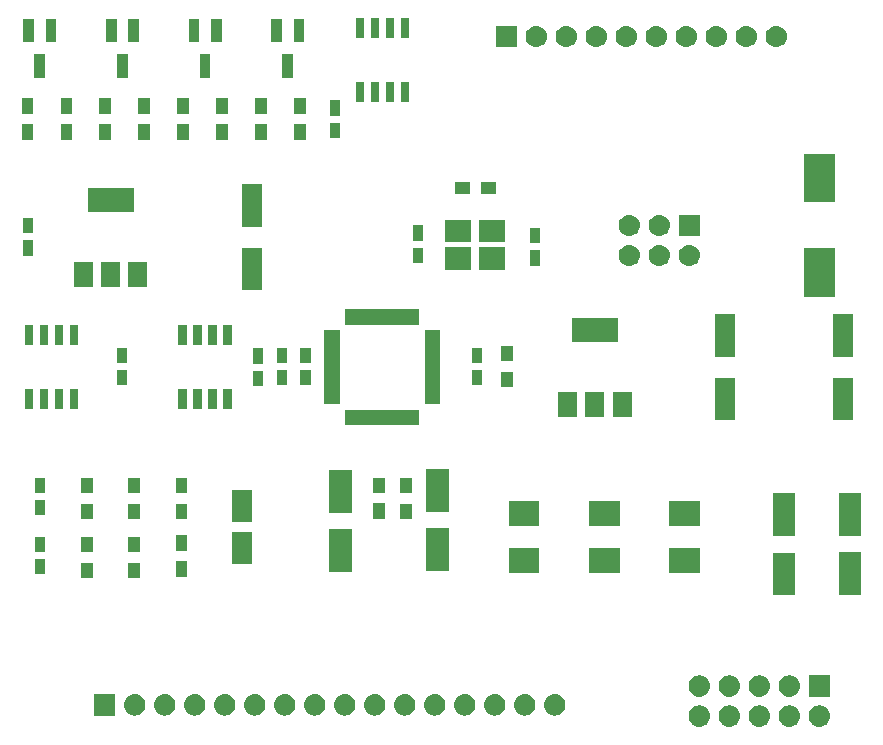
<source format=gbr>
G04 #@! TF.GenerationSoftware,KiCad,Pcbnew,(5.1.2)-1*
G04 #@! TF.CreationDate,2019-12-13T22:05:17-08:00*
G04 #@! TF.ProjectId,kicad-cpu-board-smt,6b696361-642d-4637-9075-2d626f617264,rev?*
G04 #@! TF.SameCoordinates,Original*
G04 #@! TF.FileFunction,Soldermask,Top*
G04 #@! TF.FilePolarity,Negative*
%FSLAX46Y46*%
G04 Gerber Fmt 4.6, Leading zero omitted, Abs format (unit mm)*
G04 Created by KiCad (PCBNEW (5.1.2)-1) date 2019-12-13 22:05:17*
%MOMM*%
%LPD*%
G04 APERTURE LIST*
%ADD10C,0.100000*%
G04 APERTURE END LIST*
D10*
G36*
X83110443Y-74645519D02*
G01*
X83176627Y-74652037D01*
X83346466Y-74703557D01*
X83502991Y-74787222D01*
X83538729Y-74816552D01*
X83640186Y-74899814D01*
X83723448Y-75001271D01*
X83752778Y-75037009D01*
X83836443Y-75193534D01*
X83887963Y-75363373D01*
X83905359Y-75540000D01*
X83887963Y-75716627D01*
X83836443Y-75886466D01*
X83752778Y-76042991D01*
X83723448Y-76078729D01*
X83640186Y-76180186D01*
X83538729Y-76263448D01*
X83502991Y-76292778D01*
X83346466Y-76376443D01*
X83176627Y-76427963D01*
X83110442Y-76434482D01*
X83044260Y-76441000D01*
X82955740Y-76441000D01*
X82889558Y-76434482D01*
X82823373Y-76427963D01*
X82653534Y-76376443D01*
X82497009Y-76292778D01*
X82461271Y-76263448D01*
X82359814Y-76180186D01*
X82276552Y-76078729D01*
X82247222Y-76042991D01*
X82163557Y-75886466D01*
X82112037Y-75716627D01*
X82094641Y-75540000D01*
X82112037Y-75363373D01*
X82163557Y-75193534D01*
X82247222Y-75037009D01*
X82276552Y-75001271D01*
X82359814Y-74899814D01*
X82461271Y-74816552D01*
X82497009Y-74787222D01*
X82653534Y-74703557D01*
X82823373Y-74652037D01*
X82889557Y-74645519D01*
X82955740Y-74639000D01*
X83044260Y-74639000D01*
X83110443Y-74645519D01*
X83110443Y-74645519D01*
G37*
G36*
X80570443Y-74645519D02*
G01*
X80636627Y-74652037D01*
X80806466Y-74703557D01*
X80962991Y-74787222D01*
X80998729Y-74816552D01*
X81100186Y-74899814D01*
X81183448Y-75001271D01*
X81212778Y-75037009D01*
X81296443Y-75193534D01*
X81347963Y-75363373D01*
X81365359Y-75540000D01*
X81347963Y-75716627D01*
X81296443Y-75886466D01*
X81212778Y-76042991D01*
X81183448Y-76078729D01*
X81100186Y-76180186D01*
X80998729Y-76263448D01*
X80962991Y-76292778D01*
X80806466Y-76376443D01*
X80636627Y-76427963D01*
X80570442Y-76434482D01*
X80504260Y-76441000D01*
X80415740Y-76441000D01*
X80349558Y-76434482D01*
X80283373Y-76427963D01*
X80113534Y-76376443D01*
X79957009Y-76292778D01*
X79921271Y-76263448D01*
X79819814Y-76180186D01*
X79736552Y-76078729D01*
X79707222Y-76042991D01*
X79623557Y-75886466D01*
X79572037Y-75716627D01*
X79554641Y-75540000D01*
X79572037Y-75363373D01*
X79623557Y-75193534D01*
X79707222Y-75037009D01*
X79736552Y-75001271D01*
X79819814Y-74899814D01*
X79921271Y-74816552D01*
X79957009Y-74787222D01*
X80113534Y-74703557D01*
X80283373Y-74652037D01*
X80349557Y-74645519D01*
X80415740Y-74639000D01*
X80504260Y-74639000D01*
X80570443Y-74645519D01*
X80570443Y-74645519D01*
G37*
G36*
X78030443Y-74645519D02*
G01*
X78096627Y-74652037D01*
X78266466Y-74703557D01*
X78422991Y-74787222D01*
X78458729Y-74816552D01*
X78560186Y-74899814D01*
X78643448Y-75001271D01*
X78672778Y-75037009D01*
X78756443Y-75193534D01*
X78807963Y-75363373D01*
X78825359Y-75540000D01*
X78807963Y-75716627D01*
X78756443Y-75886466D01*
X78672778Y-76042991D01*
X78643448Y-76078729D01*
X78560186Y-76180186D01*
X78458729Y-76263448D01*
X78422991Y-76292778D01*
X78266466Y-76376443D01*
X78096627Y-76427963D01*
X78030442Y-76434482D01*
X77964260Y-76441000D01*
X77875740Y-76441000D01*
X77809558Y-76434482D01*
X77743373Y-76427963D01*
X77573534Y-76376443D01*
X77417009Y-76292778D01*
X77381271Y-76263448D01*
X77279814Y-76180186D01*
X77196552Y-76078729D01*
X77167222Y-76042991D01*
X77083557Y-75886466D01*
X77032037Y-75716627D01*
X77014641Y-75540000D01*
X77032037Y-75363373D01*
X77083557Y-75193534D01*
X77167222Y-75037009D01*
X77196552Y-75001271D01*
X77279814Y-74899814D01*
X77381271Y-74816552D01*
X77417009Y-74787222D01*
X77573534Y-74703557D01*
X77743373Y-74652037D01*
X77809557Y-74645519D01*
X77875740Y-74639000D01*
X77964260Y-74639000D01*
X78030443Y-74645519D01*
X78030443Y-74645519D01*
G37*
G36*
X72950443Y-74645519D02*
G01*
X73016627Y-74652037D01*
X73186466Y-74703557D01*
X73342991Y-74787222D01*
X73378729Y-74816552D01*
X73480186Y-74899814D01*
X73563448Y-75001271D01*
X73592778Y-75037009D01*
X73676443Y-75193534D01*
X73727963Y-75363373D01*
X73745359Y-75540000D01*
X73727963Y-75716627D01*
X73676443Y-75886466D01*
X73592778Y-76042991D01*
X73563448Y-76078729D01*
X73480186Y-76180186D01*
X73378729Y-76263448D01*
X73342991Y-76292778D01*
X73186466Y-76376443D01*
X73016627Y-76427963D01*
X72950442Y-76434482D01*
X72884260Y-76441000D01*
X72795740Y-76441000D01*
X72729558Y-76434482D01*
X72663373Y-76427963D01*
X72493534Y-76376443D01*
X72337009Y-76292778D01*
X72301271Y-76263448D01*
X72199814Y-76180186D01*
X72116552Y-76078729D01*
X72087222Y-76042991D01*
X72003557Y-75886466D01*
X71952037Y-75716627D01*
X71934641Y-75540000D01*
X71952037Y-75363373D01*
X72003557Y-75193534D01*
X72087222Y-75037009D01*
X72116552Y-75001271D01*
X72199814Y-74899814D01*
X72301271Y-74816552D01*
X72337009Y-74787222D01*
X72493534Y-74703557D01*
X72663373Y-74652037D01*
X72729557Y-74645519D01*
X72795740Y-74639000D01*
X72884260Y-74639000D01*
X72950443Y-74645519D01*
X72950443Y-74645519D01*
G37*
G36*
X75490443Y-74645519D02*
G01*
X75556627Y-74652037D01*
X75726466Y-74703557D01*
X75882991Y-74787222D01*
X75918729Y-74816552D01*
X76020186Y-74899814D01*
X76103448Y-75001271D01*
X76132778Y-75037009D01*
X76216443Y-75193534D01*
X76267963Y-75363373D01*
X76285359Y-75540000D01*
X76267963Y-75716627D01*
X76216443Y-75886466D01*
X76132778Y-76042991D01*
X76103448Y-76078729D01*
X76020186Y-76180186D01*
X75918729Y-76263448D01*
X75882991Y-76292778D01*
X75726466Y-76376443D01*
X75556627Y-76427963D01*
X75490442Y-76434482D01*
X75424260Y-76441000D01*
X75335740Y-76441000D01*
X75269558Y-76434482D01*
X75203373Y-76427963D01*
X75033534Y-76376443D01*
X74877009Y-76292778D01*
X74841271Y-76263448D01*
X74739814Y-76180186D01*
X74656552Y-76078729D01*
X74627222Y-76042991D01*
X74543557Y-75886466D01*
X74492037Y-75716627D01*
X74474641Y-75540000D01*
X74492037Y-75363373D01*
X74543557Y-75193534D01*
X74627222Y-75037009D01*
X74656552Y-75001271D01*
X74739814Y-74899814D01*
X74841271Y-74816552D01*
X74877009Y-74787222D01*
X75033534Y-74703557D01*
X75203373Y-74652037D01*
X75269557Y-74645519D01*
X75335740Y-74639000D01*
X75424260Y-74639000D01*
X75490443Y-74645519D01*
X75490443Y-74645519D01*
G37*
G36*
X48010443Y-73705519D02*
G01*
X48076627Y-73712037D01*
X48246466Y-73763557D01*
X48402991Y-73847222D01*
X48438729Y-73876552D01*
X48540186Y-73959814D01*
X48623448Y-74061271D01*
X48652778Y-74097009D01*
X48736443Y-74253534D01*
X48787963Y-74423373D01*
X48805359Y-74600000D01*
X48787963Y-74776627D01*
X48736443Y-74946466D01*
X48652778Y-75102991D01*
X48623448Y-75138729D01*
X48540186Y-75240186D01*
X48438729Y-75323448D01*
X48402991Y-75352778D01*
X48246466Y-75436443D01*
X48076627Y-75487963D01*
X48010443Y-75494481D01*
X47944260Y-75501000D01*
X47855740Y-75501000D01*
X47789557Y-75494481D01*
X47723373Y-75487963D01*
X47553534Y-75436443D01*
X47397009Y-75352778D01*
X47361271Y-75323448D01*
X47259814Y-75240186D01*
X47176552Y-75138729D01*
X47147222Y-75102991D01*
X47063557Y-74946466D01*
X47012037Y-74776627D01*
X46994641Y-74600000D01*
X47012037Y-74423373D01*
X47063557Y-74253534D01*
X47147222Y-74097009D01*
X47176552Y-74061271D01*
X47259814Y-73959814D01*
X47361271Y-73876552D01*
X47397009Y-73847222D01*
X47553534Y-73763557D01*
X47723373Y-73712037D01*
X47789557Y-73705519D01*
X47855740Y-73699000D01*
X47944260Y-73699000D01*
X48010443Y-73705519D01*
X48010443Y-73705519D01*
G37*
G36*
X53090443Y-73705519D02*
G01*
X53156627Y-73712037D01*
X53326466Y-73763557D01*
X53482991Y-73847222D01*
X53518729Y-73876552D01*
X53620186Y-73959814D01*
X53703448Y-74061271D01*
X53732778Y-74097009D01*
X53816443Y-74253534D01*
X53867963Y-74423373D01*
X53885359Y-74600000D01*
X53867963Y-74776627D01*
X53816443Y-74946466D01*
X53732778Y-75102991D01*
X53703448Y-75138729D01*
X53620186Y-75240186D01*
X53518729Y-75323448D01*
X53482991Y-75352778D01*
X53326466Y-75436443D01*
X53156627Y-75487963D01*
X53090443Y-75494481D01*
X53024260Y-75501000D01*
X52935740Y-75501000D01*
X52869557Y-75494481D01*
X52803373Y-75487963D01*
X52633534Y-75436443D01*
X52477009Y-75352778D01*
X52441271Y-75323448D01*
X52339814Y-75240186D01*
X52256552Y-75138729D01*
X52227222Y-75102991D01*
X52143557Y-74946466D01*
X52092037Y-74776627D01*
X52074641Y-74600000D01*
X52092037Y-74423373D01*
X52143557Y-74253534D01*
X52227222Y-74097009D01*
X52256552Y-74061271D01*
X52339814Y-73959814D01*
X52441271Y-73876552D01*
X52477009Y-73847222D01*
X52633534Y-73763557D01*
X52803373Y-73712037D01*
X52869557Y-73705519D01*
X52935740Y-73699000D01*
X53024260Y-73699000D01*
X53090443Y-73705519D01*
X53090443Y-73705519D01*
G37*
G36*
X23401000Y-75501000D02*
G01*
X21599000Y-75501000D01*
X21599000Y-73699000D01*
X23401000Y-73699000D01*
X23401000Y-75501000D01*
X23401000Y-75501000D01*
G37*
G36*
X25150443Y-73705519D02*
G01*
X25216627Y-73712037D01*
X25386466Y-73763557D01*
X25542991Y-73847222D01*
X25578729Y-73876552D01*
X25680186Y-73959814D01*
X25763448Y-74061271D01*
X25792778Y-74097009D01*
X25876443Y-74253534D01*
X25927963Y-74423373D01*
X25945359Y-74600000D01*
X25927963Y-74776627D01*
X25876443Y-74946466D01*
X25792778Y-75102991D01*
X25763448Y-75138729D01*
X25680186Y-75240186D01*
X25578729Y-75323448D01*
X25542991Y-75352778D01*
X25386466Y-75436443D01*
X25216627Y-75487963D01*
X25150443Y-75494481D01*
X25084260Y-75501000D01*
X24995740Y-75501000D01*
X24929557Y-75494481D01*
X24863373Y-75487963D01*
X24693534Y-75436443D01*
X24537009Y-75352778D01*
X24501271Y-75323448D01*
X24399814Y-75240186D01*
X24316552Y-75138729D01*
X24287222Y-75102991D01*
X24203557Y-74946466D01*
X24152037Y-74776627D01*
X24134641Y-74600000D01*
X24152037Y-74423373D01*
X24203557Y-74253534D01*
X24287222Y-74097009D01*
X24316552Y-74061271D01*
X24399814Y-73959814D01*
X24501271Y-73876552D01*
X24537009Y-73847222D01*
X24693534Y-73763557D01*
X24863373Y-73712037D01*
X24929557Y-73705519D01*
X24995740Y-73699000D01*
X25084260Y-73699000D01*
X25150443Y-73705519D01*
X25150443Y-73705519D01*
G37*
G36*
X27690443Y-73705519D02*
G01*
X27756627Y-73712037D01*
X27926466Y-73763557D01*
X28082991Y-73847222D01*
X28118729Y-73876552D01*
X28220186Y-73959814D01*
X28303448Y-74061271D01*
X28332778Y-74097009D01*
X28416443Y-74253534D01*
X28467963Y-74423373D01*
X28485359Y-74600000D01*
X28467963Y-74776627D01*
X28416443Y-74946466D01*
X28332778Y-75102991D01*
X28303448Y-75138729D01*
X28220186Y-75240186D01*
X28118729Y-75323448D01*
X28082991Y-75352778D01*
X27926466Y-75436443D01*
X27756627Y-75487963D01*
X27690443Y-75494481D01*
X27624260Y-75501000D01*
X27535740Y-75501000D01*
X27469557Y-75494481D01*
X27403373Y-75487963D01*
X27233534Y-75436443D01*
X27077009Y-75352778D01*
X27041271Y-75323448D01*
X26939814Y-75240186D01*
X26856552Y-75138729D01*
X26827222Y-75102991D01*
X26743557Y-74946466D01*
X26692037Y-74776627D01*
X26674641Y-74600000D01*
X26692037Y-74423373D01*
X26743557Y-74253534D01*
X26827222Y-74097009D01*
X26856552Y-74061271D01*
X26939814Y-73959814D01*
X27041271Y-73876552D01*
X27077009Y-73847222D01*
X27233534Y-73763557D01*
X27403373Y-73712037D01*
X27469557Y-73705519D01*
X27535740Y-73699000D01*
X27624260Y-73699000D01*
X27690443Y-73705519D01*
X27690443Y-73705519D01*
G37*
G36*
X30230443Y-73705519D02*
G01*
X30296627Y-73712037D01*
X30466466Y-73763557D01*
X30622991Y-73847222D01*
X30658729Y-73876552D01*
X30760186Y-73959814D01*
X30843448Y-74061271D01*
X30872778Y-74097009D01*
X30956443Y-74253534D01*
X31007963Y-74423373D01*
X31025359Y-74600000D01*
X31007963Y-74776627D01*
X30956443Y-74946466D01*
X30872778Y-75102991D01*
X30843448Y-75138729D01*
X30760186Y-75240186D01*
X30658729Y-75323448D01*
X30622991Y-75352778D01*
X30466466Y-75436443D01*
X30296627Y-75487963D01*
X30230443Y-75494481D01*
X30164260Y-75501000D01*
X30075740Y-75501000D01*
X30009557Y-75494481D01*
X29943373Y-75487963D01*
X29773534Y-75436443D01*
X29617009Y-75352778D01*
X29581271Y-75323448D01*
X29479814Y-75240186D01*
X29396552Y-75138729D01*
X29367222Y-75102991D01*
X29283557Y-74946466D01*
X29232037Y-74776627D01*
X29214641Y-74600000D01*
X29232037Y-74423373D01*
X29283557Y-74253534D01*
X29367222Y-74097009D01*
X29396552Y-74061271D01*
X29479814Y-73959814D01*
X29581271Y-73876552D01*
X29617009Y-73847222D01*
X29773534Y-73763557D01*
X29943373Y-73712037D01*
X30009557Y-73705519D01*
X30075740Y-73699000D01*
X30164260Y-73699000D01*
X30230443Y-73705519D01*
X30230443Y-73705519D01*
G37*
G36*
X60710443Y-73705519D02*
G01*
X60776627Y-73712037D01*
X60946466Y-73763557D01*
X61102991Y-73847222D01*
X61138729Y-73876552D01*
X61240186Y-73959814D01*
X61323448Y-74061271D01*
X61352778Y-74097009D01*
X61436443Y-74253534D01*
X61487963Y-74423373D01*
X61505359Y-74600000D01*
X61487963Y-74776627D01*
X61436443Y-74946466D01*
X61352778Y-75102991D01*
X61323448Y-75138729D01*
X61240186Y-75240186D01*
X61138729Y-75323448D01*
X61102991Y-75352778D01*
X60946466Y-75436443D01*
X60776627Y-75487963D01*
X60710443Y-75494481D01*
X60644260Y-75501000D01*
X60555740Y-75501000D01*
X60489557Y-75494481D01*
X60423373Y-75487963D01*
X60253534Y-75436443D01*
X60097009Y-75352778D01*
X60061271Y-75323448D01*
X59959814Y-75240186D01*
X59876552Y-75138729D01*
X59847222Y-75102991D01*
X59763557Y-74946466D01*
X59712037Y-74776627D01*
X59694641Y-74600000D01*
X59712037Y-74423373D01*
X59763557Y-74253534D01*
X59847222Y-74097009D01*
X59876552Y-74061271D01*
X59959814Y-73959814D01*
X60061271Y-73876552D01*
X60097009Y-73847222D01*
X60253534Y-73763557D01*
X60423373Y-73712037D01*
X60489557Y-73705519D01*
X60555740Y-73699000D01*
X60644260Y-73699000D01*
X60710443Y-73705519D01*
X60710443Y-73705519D01*
G37*
G36*
X50550443Y-73705519D02*
G01*
X50616627Y-73712037D01*
X50786466Y-73763557D01*
X50942991Y-73847222D01*
X50978729Y-73876552D01*
X51080186Y-73959814D01*
X51163448Y-74061271D01*
X51192778Y-74097009D01*
X51276443Y-74253534D01*
X51327963Y-74423373D01*
X51345359Y-74600000D01*
X51327963Y-74776627D01*
X51276443Y-74946466D01*
X51192778Y-75102991D01*
X51163448Y-75138729D01*
X51080186Y-75240186D01*
X50978729Y-75323448D01*
X50942991Y-75352778D01*
X50786466Y-75436443D01*
X50616627Y-75487963D01*
X50550443Y-75494481D01*
X50484260Y-75501000D01*
X50395740Y-75501000D01*
X50329557Y-75494481D01*
X50263373Y-75487963D01*
X50093534Y-75436443D01*
X49937009Y-75352778D01*
X49901271Y-75323448D01*
X49799814Y-75240186D01*
X49716552Y-75138729D01*
X49687222Y-75102991D01*
X49603557Y-74946466D01*
X49552037Y-74776627D01*
X49534641Y-74600000D01*
X49552037Y-74423373D01*
X49603557Y-74253534D01*
X49687222Y-74097009D01*
X49716552Y-74061271D01*
X49799814Y-73959814D01*
X49901271Y-73876552D01*
X49937009Y-73847222D01*
X50093534Y-73763557D01*
X50263373Y-73712037D01*
X50329557Y-73705519D01*
X50395740Y-73699000D01*
X50484260Y-73699000D01*
X50550443Y-73705519D01*
X50550443Y-73705519D01*
G37*
G36*
X58170443Y-73705519D02*
G01*
X58236627Y-73712037D01*
X58406466Y-73763557D01*
X58562991Y-73847222D01*
X58598729Y-73876552D01*
X58700186Y-73959814D01*
X58783448Y-74061271D01*
X58812778Y-74097009D01*
X58896443Y-74253534D01*
X58947963Y-74423373D01*
X58965359Y-74600000D01*
X58947963Y-74776627D01*
X58896443Y-74946466D01*
X58812778Y-75102991D01*
X58783448Y-75138729D01*
X58700186Y-75240186D01*
X58598729Y-75323448D01*
X58562991Y-75352778D01*
X58406466Y-75436443D01*
X58236627Y-75487963D01*
X58170443Y-75494481D01*
X58104260Y-75501000D01*
X58015740Y-75501000D01*
X57949557Y-75494481D01*
X57883373Y-75487963D01*
X57713534Y-75436443D01*
X57557009Y-75352778D01*
X57521271Y-75323448D01*
X57419814Y-75240186D01*
X57336552Y-75138729D01*
X57307222Y-75102991D01*
X57223557Y-74946466D01*
X57172037Y-74776627D01*
X57154641Y-74600000D01*
X57172037Y-74423373D01*
X57223557Y-74253534D01*
X57307222Y-74097009D01*
X57336552Y-74061271D01*
X57419814Y-73959814D01*
X57521271Y-73876552D01*
X57557009Y-73847222D01*
X57713534Y-73763557D01*
X57883373Y-73712037D01*
X57949557Y-73705519D01*
X58015740Y-73699000D01*
X58104260Y-73699000D01*
X58170443Y-73705519D01*
X58170443Y-73705519D01*
G37*
G36*
X32770443Y-73705519D02*
G01*
X32836627Y-73712037D01*
X33006466Y-73763557D01*
X33162991Y-73847222D01*
X33198729Y-73876552D01*
X33300186Y-73959814D01*
X33383448Y-74061271D01*
X33412778Y-74097009D01*
X33496443Y-74253534D01*
X33547963Y-74423373D01*
X33565359Y-74600000D01*
X33547963Y-74776627D01*
X33496443Y-74946466D01*
X33412778Y-75102991D01*
X33383448Y-75138729D01*
X33300186Y-75240186D01*
X33198729Y-75323448D01*
X33162991Y-75352778D01*
X33006466Y-75436443D01*
X32836627Y-75487963D01*
X32770443Y-75494481D01*
X32704260Y-75501000D01*
X32615740Y-75501000D01*
X32549557Y-75494481D01*
X32483373Y-75487963D01*
X32313534Y-75436443D01*
X32157009Y-75352778D01*
X32121271Y-75323448D01*
X32019814Y-75240186D01*
X31936552Y-75138729D01*
X31907222Y-75102991D01*
X31823557Y-74946466D01*
X31772037Y-74776627D01*
X31754641Y-74600000D01*
X31772037Y-74423373D01*
X31823557Y-74253534D01*
X31907222Y-74097009D01*
X31936552Y-74061271D01*
X32019814Y-73959814D01*
X32121271Y-73876552D01*
X32157009Y-73847222D01*
X32313534Y-73763557D01*
X32483373Y-73712037D01*
X32549557Y-73705519D01*
X32615740Y-73699000D01*
X32704260Y-73699000D01*
X32770443Y-73705519D01*
X32770443Y-73705519D01*
G37*
G36*
X35310443Y-73705519D02*
G01*
X35376627Y-73712037D01*
X35546466Y-73763557D01*
X35702991Y-73847222D01*
X35738729Y-73876552D01*
X35840186Y-73959814D01*
X35923448Y-74061271D01*
X35952778Y-74097009D01*
X36036443Y-74253534D01*
X36087963Y-74423373D01*
X36105359Y-74600000D01*
X36087963Y-74776627D01*
X36036443Y-74946466D01*
X35952778Y-75102991D01*
X35923448Y-75138729D01*
X35840186Y-75240186D01*
X35738729Y-75323448D01*
X35702991Y-75352778D01*
X35546466Y-75436443D01*
X35376627Y-75487963D01*
X35310443Y-75494481D01*
X35244260Y-75501000D01*
X35155740Y-75501000D01*
X35089557Y-75494481D01*
X35023373Y-75487963D01*
X34853534Y-75436443D01*
X34697009Y-75352778D01*
X34661271Y-75323448D01*
X34559814Y-75240186D01*
X34476552Y-75138729D01*
X34447222Y-75102991D01*
X34363557Y-74946466D01*
X34312037Y-74776627D01*
X34294641Y-74600000D01*
X34312037Y-74423373D01*
X34363557Y-74253534D01*
X34447222Y-74097009D01*
X34476552Y-74061271D01*
X34559814Y-73959814D01*
X34661271Y-73876552D01*
X34697009Y-73847222D01*
X34853534Y-73763557D01*
X35023373Y-73712037D01*
X35089557Y-73705519D01*
X35155740Y-73699000D01*
X35244260Y-73699000D01*
X35310443Y-73705519D01*
X35310443Y-73705519D01*
G37*
G36*
X37850443Y-73705519D02*
G01*
X37916627Y-73712037D01*
X38086466Y-73763557D01*
X38242991Y-73847222D01*
X38278729Y-73876552D01*
X38380186Y-73959814D01*
X38463448Y-74061271D01*
X38492778Y-74097009D01*
X38576443Y-74253534D01*
X38627963Y-74423373D01*
X38645359Y-74600000D01*
X38627963Y-74776627D01*
X38576443Y-74946466D01*
X38492778Y-75102991D01*
X38463448Y-75138729D01*
X38380186Y-75240186D01*
X38278729Y-75323448D01*
X38242991Y-75352778D01*
X38086466Y-75436443D01*
X37916627Y-75487963D01*
X37850443Y-75494481D01*
X37784260Y-75501000D01*
X37695740Y-75501000D01*
X37629557Y-75494481D01*
X37563373Y-75487963D01*
X37393534Y-75436443D01*
X37237009Y-75352778D01*
X37201271Y-75323448D01*
X37099814Y-75240186D01*
X37016552Y-75138729D01*
X36987222Y-75102991D01*
X36903557Y-74946466D01*
X36852037Y-74776627D01*
X36834641Y-74600000D01*
X36852037Y-74423373D01*
X36903557Y-74253534D01*
X36987222Y-74097009D01*
X37016552Y-74061271D01*
X37099814Y-73959814D01*
X37201271Y-73876552D01*
X37237009Y-73847222D01*
X37393534Y-73763557D01*
X37563373Y-73712037D01*
X37629557Y-73705519D01*
X37695740Y-73699000D01*
X37784260Y-73699000D01*
X37850443Y-73705519D01*
X37850443Y-73705519D01*
G37*
G36*
X40390443Y-73705519D02*
G01*
X40456627Y-73712037D01*
X40626466Y-73763557D01*
X40782991Y-73847222D01*
X40818729Y-73876552D01*
X40920186Y-73959814D01*
X41003448Y-74061271D01*
X41032778Y-74097009D01*
X41116443Y-74253534D01*
X41167963Y-74423373D01*
X41185359Y-74600000D01*
X41167963Y-74776627D01*
X41116443Y-74946466D01*
X41032778Y-75102991D01*
X41003448Y-75138729D01*
X40920186Y-75240186D01*
X40818729Y-75323448D01*
X40782991Y-75352778D01*
X40626466Y-75436443D01*
X40456627Y-75487963D01*
X40390443Y-75494481D01*
X40324260Y-75501000D01*
X40235740Y-75501000D01*
X40169557Y-75494481D01*
X40103373Y-75487963D01*
X39933534Y-75436443D01*
X39777009Y-75352778D01*
X39741271Y-75323448D01*
X39639814Y-75240186D01*
X39556552Y-75138729D01*
X39527222Y-75102991D01*
X39443557Y-74946466D01*
X39392037Y-74776627D01*
X39374641Y-74600000D01*
X39392037Y-74423373D01*
X39443557Y-74253534D01*
X39527222Y-74097009D01*
X39556552Y-74061271D01*
X39639814Y-73959814D01*
X39741271Y-73876552D01*
X39777009Y-73847222D01*
X39933534Y-73763557D01*
X40103373Y-73712037D01*
X40169557Y-73705519D01*
X40235740Y-73699000D01*
X40324260Y-73699000D01*
X40390443Y-73705519D01*
X40390443Y-73705519D01*
G37*
G36*
X42930443Y-73705519D02*
G01*
X42996627Y-73712037D01*
X43166466Y-73763557D01*
X43322991Y-73847222D01*
X43358729Y-73876552D01*
X43460186Y-73959814D01*
X43543448Y-74061271D01*
X43572778Y-74097009D01*
X43656443Y-74253534D01*
X43707963Y-74423373D01*
X43725359Y-74600000D01*
X43707963Y-74776627D01*
X43656443Y-74946466D01*
X43572778Y-75102991D01*
X43543448Y-75138729D01*
X43460186Y-75240186D01*
X43358729Y-75323448D01*
X43322991Y-75352778D01*
X43166466Y-75436443D01*
X42996627Y-75487963D01*
X42930443Y-75494481D01*
X42864260Y-75501000D01*
X42775740Y-75501000D01*
X42709557Y-75494481D01*
X42643373Y-75487963D01*
X42473534Y-75436443D01*
X42317009Y-75352778D01*
X42281271Y-75323448D01*
X42179814Y-75240186D01*
X42096552Y-75138729D01*
X42067222Y-75102991D01*
X41983557Y-74946466D01*
X41932037Y-74776627D01*
X41914641Y-74600000D01*
X41932037Y-74423373D01*
X41983557Y-74253534D01*
X42067222Y-74097009D01*
X42096552Y-74061271D01*
X42179814Y-73959814D01*
X42281271Y-73876552D01*
X42317009Y-73847222D01*
X42473534Y-73763557D01*
X42643373Y-73712037D01*
X42709557Y-73705519D01*
X42775740Y-73699000D01*
X42864260Y-73699000D01*
X42930443Y-73705519D01*
X42930443Y-73705519D01*
G37*
G36*
X45470443Y-73705519D02*
G01*
X45536627Y-73712037D01*
X45706466Y-73763557D01*
X45862991Y-73847222D01*
X45898729Y-73876552D01*
X46000186Y-73959814D01*
X46083448Y-74061271D01*
X46112778Y-74097009D01*
X46196443Y-74253534D01*
X46247963Y-74423373D01*
X46265359Y-74600000D01*
X46247963Y-74776627D01*
X46196443Y-74946466D01*
X46112778Y-75102991D01*
X46083448Y-75138729D01*
X46000186Y-75240186D01*
X45898729Y-75323448D01*
X45862991Y-75352778D01*
X45706466Y-75436443D01*
X45536627Y-75487963D01*
X45470443Y-75494481D01*
X45404260Y-75501000D01*
X45315740Y-75501000D01*
X45249557Y-75494481D01*
X45183373Y-75487963D01*
X45013534Y-75436443D01*
X44857009Y-75352778D01*
X44821271Y-75323448D01*
X44719814Y-75240186D01*
X44636552Y-75138729D01*
X44607222Y-75102991D01*
X44523557Y-74946466D01*
X44472037Y-74776627D01*
X44454641Y-74600000D01*
X44472037Y-74423373D01*
X44523557Y-74253534D01*
X44607222Y-74097009D01*
X44636552Y-74061271D01*
X44719814Y-73959814D01*
X44821271Y-73876552D01*
X44857009Y-73847222D01*
X45013534Y-73763557D01*
X45183373Y-73712037D01*
X45249557Y-73705519D01*
X45315740Y-73699000D01*
X45404260Y-73699000D01*
X45470443Y-73705519D01*
X45470443Y-73705519D01*
G37*
G36*
X55630443Y-73705519D02*
G01*
X55696627Y-73712037D01*
X55866466Y-73763557D01*
X56022991Y-73847222D01*
X56058729Y-73876552D01*
X56160186Y-73959814D01*
X56243448Y-74061271D01*
X56272778Y-74097009D01*
X56356443Y-74253534D01*
X56407963Y-74423373D01*
X56425359Y-74600000D01*
X56407963Y-74776627D01*
X56356443Y-74946466D01*
X56272778Y-75102991D01*
X56243448Y-75138729D01*
X56160186Y-75240186D01*
X56058729Y-75323448D01*
X56022991Y-75352778D01*
X55866466Y-75436443D01*
X55696627Y-75487963D01*
X55630443Y-75494481D01*
X55564260Y-75501000D01*
X55475740Y-75501000D01*
X55409557Y-75494481D01*
X55343373Y-75487963D01*
X55173534Y-75436443D01*
X55017009Y-75352778D01*
X54981271Y-75323448D01*
X54879814Y-75240186D01*
X54796552Y-75138729D01*
X54767222Y-75102991D01*
X54683557Y-74946466D01*
X54632037Y-74776627D01*
X54614641Y-74600000D01*
X54632037Y-74423373D01*
X54683557Y-74253534D01*
X54767222Y-74097009D01*
X54796552Y-74061271D01*
X54879814Y-73959814D01*
X54981271Y-73876552D01*
X55017009Y-73847222D01*
X55173534Y-73763557D01*
X55343373Y-73712037D01*
X55409557Y-73705519D01*
X55475740Y-73699000D01*
X55564260Y-73699000D01*
X55630443Y-73705519D01*
X55630443Y-73705519D01*
G37*
G36*
X72950442Y-72105518D02*
G01*
X73016627Y-72112037D01*
X73186466Y-72163557D01*
X73342991Y-72247222D01*
X73378729Y-72276552D01*
X73480186Y-72359814D01*
X73563448Y-72461271D01*
X73592778Y-72497009D01*
X73676443Y-72653534D01*
X73727963Y-72823373D01*
X73745359Y-73000000D01*
X73727963Y-73176627D01*
X73676443Y-73346466D01*
X73592778Y-73502991D01*
X73563448Y-73538729D01*
X73480186Y-73640186D01*
X73392634Y-73712037D01*
X73342991Y-73752778D01*
X73186466Y-73836443D01*
X73016627Y-73887963D01*
X72950443Y-73894481D01*
X72884260Y-73901000D01*
X72795740Y-73901000D01*
X72729557Y-73894481D01*
X72663373Y-73887963D01*
X72493534Y-73836443D01*
X72337009Y-73752778D01*
X72287366Y-73712037D01*
X72199814Y-73640186D01*
X72116552Y-73538729D01*
X72087222Y-73502991D01*
X72003557Y-73346466D01*
X71952037Y-73176627D01*
X71934641Y-73000000D01*
X71952037Y-72823373D01*
X72003557Y-72653534D01*
X72087222Y-72497009D01*
X72116552Y-72461271D01*
X72199814Y-72359814D01*
X72301271Y-72276552D01*
X72337009Y-72247222D01*
X72493534Y-72163557D01*
X72663373Y-72112037D01*
X72729558Y-72105518D01*
X72795740Y-72099000D01*
X72884260Y-72099000D01*
X72950442Y-72105518D01*
X72950442Y-72105518D01*
G37*
G36*
X83901000Y-73901000D02*
G01*
X82099000Y-73901000D01*
X82099000Y-72099000D01*
X83901000Y-72099000D01*
X83901000Y-73901000D01*
X83901000Y-73901000D01*
G37*
G36*
X78030442Y-72105518D02*
G01*
X78096627Y-72112037D01*
X78266466Y-72163557D01*
X78422991Y-72247222D01*
X78458729Y-72276552D01*
X78560186Y-72359814D01*
X78643448Y-72461271D01*
X78672778Y-72497009D01*
X78756443Y-72653534D01*
X78807963Y-72823373D01*
X78825359Y-73000000D01*
X78807963Y-73176627D01*
X78756443Y-73346466D01*
X78672778Y-73502991D01*
X78643448Y-73538729D01*
X78560186Y-73640186D01*
X78472634Y-73712037D01*
X78422991Y-73752778D01*
X78266466Y-73836443D01*
X78096627Y-73887963D01*
X78030443Y-73894481D01*
X77964260Y-73901000D01*
X77875740Y-73901000D01*
X77809557Y-73894481D01*
X77743373Y-73887963D01*
X77573534Y-73836443D01*
X77417009Y-73752778D01*
X77367366Y-73712037D01*
X77279814Y-73640186D01*
X77196552Y-73538729D01*
X77167222Y-73502991D01*
X77083557Y-73346466D01*
X77032037Y-73176627D01*
X77014641Y-73000000D01*
X77032037Y-72823373D01*
X77083557Y-72653534D01*
X77167222Y-72497009D01*
X77196552Y-72461271D01*
X77279814Y-72359814D01*
X77381271Y-72276552D01*
X77417009Y-72247222D01*
X77573534Y-72163557D01*
X77743373Y-72112037D01*
X77809558Y-72105518D01*
X77875740Y-72099000D01*
X77964260Y-72099000D01*
X78030442Y-72105518D01*
X78030442Y-72105518D01*
G37*
G36*
X80570442Y-72105518D02*
G01*
X80636627Y-72112037D01*
X80806466Y-72163557D01*
X80962991Y-72247222D01*
X80998729Y-72276552D01*
X81100186Y-72359814D01*
X81183448Y-72461271D01*
X81212778Y-72497009D01*
X81296443Y-72653534D01*
X81347963Y-72823373D01*
X81365359Y-73000000D01*
X81347963Y-73176627D01*
X81296443Y-73346466D01*
X81212778Y-73502991D01*
X81183448Y-73538729D01*
X81100186Y-73640186D01*
X81012634Y-73712037D01*
X80962991Y-73752778D01*
X80806466Y-73836443D01*
X80636627Y-73887963D01*
X80570443Y-73894481D01*
X80504260Y-73901000D01*
X80415740Y-73901000D01*
X80349557Y-73894481D01*
X80283373Y-73887963D01*
X80113534Y-73836443D01*
X79957009Y-73752778D01*
X79907366Y-73712037D01*
X79819814Y-73640186D01*
X79736552Y-73538729D01*
X79707222Y-73502991D01*
X79623557Y-73346466D01*
X79572037Y-73176627D01*
X79554641Y-73000000D01*
X79572037Y-72823373D01*
X79623557Y-72653534D01*
X79707222Y-72497009D01*
X79736552Y-72461271D01*
X79819814Y-72359814D01*
X79921271Y-72276552D01*
X79957009Y-72247222D01*
X80113534Y-72163557D01*
X80283373Y-72112037D01*
X80349558Y-72105518D01*
X80415740Y-72099000D01*
X80504260Y-72099000D01*
X80570442Y-72105518D01*
X80570442Y-72105518D01*
G37*
G36*
X75490442Y-72105518D02*
G01*
X75556627Y-72112037D01*
X75726466Y-72163557D01*
X75882991Y-72247222D01*
X75918729Y-72276552D01*
X76020186Y-72359814D01*
X76103448Y-72461271D01*
X76132778Y-72497009D01*
X76216443Y-72653534D01*
X76267963Y-72823373D01*
X76285359Y-73000000D01*
X76267963Y-73176627D01*
X76216443Y-73346466D01*
X76132778Y-73502991D01*
X76103448Y-73538729D01*
X76020186Y-73640186D01*
X75932634Y-73712037D01*
X75882991Y-73752778D01*
X75726466Y-73836443D01*
X75556627Y-73887963D01*
X75490443Y-73894481D01*
X75424260Y-73901000D01*
X75335740Y-73901000D01*
X75269557Y-73894481D01*
X75203373Y-73887963D01*
X75033534Y-73836443D01*
X74877009Y-73752778D01*
X74827366Y-73712037D01*
X74739814Y-73640186D01*
X74656552Y-73538729D01*
X74627222Y-73502991D01*
X74543557Y-73346466D01*
X74492037Y-73176627D01*
X74474641Y-73000000D01*
X74492037Y-72823373D01*
X74543557Y-72653534D01*
X74627222Y-72497009D01*
X74656552Y-72461271D01*
X74739814Y-72359814D01*
X74841271Y-72276552D01*
X74877009Y-72247222D01*
X75033534Y-72163557D01*
X75203373Y-72112037D01*
X75269558Y-72105518D01*
X75335740Y-72099000D01*
X75424260Y-72099000D01*
X75490442Y-72105518D01*
X75490442Y-72105518D01*
G37*
G36*
X80951000Y-65301000D02*
G01*
X79049000Y-65301000D01*
X79049000Y-61699000D01*
X80951000Y-61699000D01*
X80951000Y-65301000D01*
X80951000Y-65301000D01*
G37*
G36*
X86551540Y-65288940D02*
G01*
X84649540Y-65288940D01*
X84649540Y-61686940D01*
X86551540Y-61686940D01*
X86551540Y-65288940D01*
X86551540Y-65288940D01*
G37*
G36*
X25501000Y-63851000D02*
G01*
X24499000Y-63851000D01*
X24499000Y-62549000D01*
X25501000Y-62549000D01*
X25501000Y-63851000D01*
X25501000Y-63851000D01*
G37*
G36*
X21501000Y-63851000D02*
G01*
X20499000Y-63851000D01*
X20499000Y-62549000D01*
X21501000Y-62549000D01*
X21501000Y-63851000D01*
X21501000Y-63851000D01*
G37*
G36*
X29501000Y-63751000D02*
G01*
X28499000Y-63751000D01*
X28499000Y-62449000D01*
X29501000Y-62449000D01*
X29501000Y-63751000D01*
X29501000Y-63751000D01*
G37*
G36*
X17426000Y-63551000D02*
G01*
X16574000Y-63551000D01*
X16574000Y-62249000D01*
X17426000Y-62249000D01*
X17426000Y-63551000D01*
X17426000Y-63551000D01*
G37*
G36*
X59301000Y-63451000D02*
G01*
X56699000Y-63451000D01*
X56699000Y-61349000D01*
X59301000Y-61349000D01*
X59301000Y-63451000D01*
X59301000Y-63451000D01*
G37*
G36*
X66101000Y-63451000D02*
G01*
X63499000Y-63451000D01*
X63499000Y-61349000D01*
X66101000Y-61349000D01*
X66101000Y-63451000D01*
X66101000Y-63451000D01*
G37*
G36*
X72901000Y-63451000D02*
G01*
X70299000Y-63451000D01*
X70299000Y-61349000D01*
X72901000Y-61349000D01*
X72901000Y-63451000D01*
X72901000Y-63451000D01*
G37*
G36*
X43396940Y-63328060D02*
G01*
X41494940Y-63328060D01*
X41494940Y-59726060D01*
X43396940Y-59726060D01*
X43396940Y-63328060D01*
X43396940Y-63328060D01*
G37*
G36*
X51629080Y-63239160D02*
G01*
X49727080Y-63239160D01*
X49727080Y-59637160D01*
X51629080Y-59637160D01*
X51629080Y-63239160D01*
X51629080Y-63239160D01*
G37*
G36*
X34951000Y-62701000D02*
G01*
X33249000Y-62701000D01*
X33249000Y-59999000D01*
X34951000Y-59999000D01*
X34951000Y-62701000D01*
X34951000Y-62701000D01*
G37*
G36*
X25501000Y-61651000D02*
G01*
X24499000Y-61651000D01*
X24499000Y-60349000D01*
X25501000Y-60349000D01*
X25501000Y-61651000D01*
X25501000Y-61651000D01*
G37*
G36*
X17426000Y-61651000D02*
G01*
X16574000Y-61651000D01*
X16574000Y-60349000D01*
X17426000Y-60349000D01*
X17426000Y-61651000D01*
X17426000Y-61651000D01*
G37*
G36*
X21501000Y-61651000D02*
G01*
X20499000Y-61651000D01*
X20499000Y-60349000D01*
X21501000Y-60349000D01*
X21501000Y-61651000D01*
X21501000Y-61651000D01*
G37*
G36*
X29501000Y-61551000D02*
G01*
X28499000Y-61551000D01*
X28499000Y-60249000D01*
X29501000Y-60249000D01*
X29501000Y-61551000D01*
X29501000Y-61551000D01*
G37*
G36*
X80951000Y-60301000D02*
G01*
X79049000Y-60301000D01*
X79049000Y-56699000D01*
X80951000Y-56699000D01*
X80951000Y-60301000D01*
X80951000Y-60301000D01*
G37*
G36*
X86551540Y-60288940D02*
G01*
X84649540Y-60288940D01*
X84649540Y-56686940D01*
X86551540Y-56686940D01*
X86551540Y-60288940D01*
X86551540Y-60288940D01*
G37*
G36*
X72901000Y-59451000D02*
G01*
X70299000Y-59451000D01*
X70299000Y-57349000D01*
X72901000Y-57349000D01*
X72901000Y-59451000D01*
X72901000Y-59451000D01*
G37*
G36*
X59301000Y-59451000D02*
G01*
X56699000Y-59451000D01*
X56699000Y-57349000D01*
X59301000Y-57349000D01*
X59301000Y-59451000D01*
X59301000Y-59451000D01*
G37*
G36*
X66101000Y-59451000D02*
G01*
X63499000Y-59451000D01*
X63499000Y-57349000D01*
X66101000Y-57349000D01*
X66101000Y-59451000D01*
X66101000Y-59451000D01*
G37*
G36*
X34951000Y-59101000D02*
G01*
X33249000Y-59101000D01*
X33249000Y-56399000D01*
X34951000Y-56399000D01*
X34951000Y-59101000D01*
X34951000Y-59101000D01*
G37*
G36*
X21501000Y-58851000D02*
G01*
X20499000Y-58851000D01*
X20499000Y-57549000D01*
X21501000Y-57549000D01*
X21501000Y-58851000D01*
X21501000Y-58851000D01*
G37*
G36*
X25501000Y-58851000D02*
G01*
X24499000Y-58851000D01*
X24499000Y-57549000D01*
X25501000Y-57549000D01*
X25501000Y-58851000D01*
X25501000Y-58851000D01*
G37*
G36*
X29501000Y-58851000D02*
G01*
X28499000Y-58851000D01*
X28499000Y-57549000D01*
X29501000Y-57549000D01*
X29501000Y-58851000D01*
X29501000Y-58851000D01*
G37*
G36*
X48501000Y-58851000D02*
G01*
X47499000Y-58851000D01*
X47499000Y-57549000D01*
X48501000Y-57549000D01*
X48501000Y-58851000D01*
X48501000Y-58851000D01*
G37*
G36*
X46190520Y-58847660D02*
G01*
X45188520Y-58847660D01*
X45188520Y-57545660D01*
X46190520Y-57545660D01*
X46190520Y-58847660D01*
X46190520Y-58847660D01*
G37*
G36*
X17426000Y-58551000D02*
G01*
X16574000Y-58551000D01*
X16574000Y-57249000D01*
X17426000Y-57249000D01*
X17426000Y-58551000D01*
X17426000Y-58551000D01*
G37*
G36*
X43396940Y-58328060D02*
G01*
X41494940Y-58328060D01*
X41494940Y-54726060D01*
X43396940Y-54726060D01*
X43396940Y-58328060D01*
X43396940Y-58328060D01*
G37*
G36*
X51629080Y-58239160D02*
G01*
X49727080Y-58239160D01*
X49727080Y-54637160D01*
X51629080Y-54637160D01*
X51629080Y-58239160D01*
X51629080Y-58239160D01*
G37*
G36*
X21501000Y-56651000D02*
G01*
X20499000Y-56651000D01*
X20499000Y-55349000D01*
X21501000Y-55349000D01*
X21501000Y-56651000D01*
X21501000Y-56651000D01*
G37*
G36*
X17426000Y-56651000D02*
G01*
X16574000Y-56651000D01*
X16574000Y-55349000D01*
X17426000Y-55349000D01*
X17426000Y-56651000D01*
X17426000Y-56651000D01*
G37*
G36*
X48501000Y-56651000D02*
G01*
X47499000Y-56651000D01*
X47499000Y-55349000D01*
X48501000Y-55349000D01*
X48501000Y-56651000D01*
X48501000Y-56651000D01*
G37*
G36*
X25501000Y-56651000D02*
G01*
X24499000Y-56651000D01*
X24499000Y-55349000D01*
X25501000Y-55349000D01*
X25501000Y-56651000D01*
X25501000Y-56651000D01*
G37*
G36*
X29501000Y-56651000D02*
G01*
X28499000Y-56651000D01*
X28499000Y-55349000D01*
X29501000Y-55349000D01*
X29501000Y-56651000D01*
X29501000Y-56651000D01*
G37*
G36*
X46190520Y-56647660D02*
G01*
X45188520Y-56647660D01*
X45188520Y-55345660D01*
X46190520Y-55345660D01*
X46190520Y-56647660D01*
X46190520Y-56647660D01*
G37*
G36*
X49151000Y-50901000D02*
G01*
X42849000Y-50901000D01*
X42849000Y-49599000D01*
X49151000Y-49599000D01*
X49151000Y-50901000D01*
X49151000Y-50901000D01*
G37*
G36*
X85851000Y-50501000D02*
G01*
X84149000Y-50501000D01*
X84149000Y-46899000D01*
X85851000Y-46899000D01*
X85851000Y-50501000D01*
X85851000Y-50501000D01*
G37*
G36*
X75851000Y-50501000D02*
G01*
X74149000Y-50501000D01*
X74149000Y-46899000D01*
X75851000Y-46899000D01*
X75851000Y-50501000D01*
X75851000Y-50501000D01*
G37*
G36*
X64801000Y-50201000D02*
G01*
X63199000Y-50201000D01*
X63199000Y-48099000D01*
X64801000Y-48099000D01*
X64801000Y-50201000D01*
X64801000Y-50201000D01*
G37*
G36*
X62501000Y-50201000D02*
G01*
X60899000Y-50201000D01*
X60899000Y-48099000D01*
X62501000Y-48099000D01*
X62501000Y-50201000D01*
X62501000Y-50201000D01*
G37*
G36*
X67101000Y-50201000D02*
G01*
X65499000Y-50201000D01*
X65499000Y-48099000D01*
X67101000Y-48099000D01*
X67101000Y-50201000D01*
X67101000Y-50201000D01*
G37*
G36*
X20256000Y-49526000D02*
G01*
X19554000Y-49526000D01*
X19554000Y-47874000D01*
X20256000Y-47874000D01*
X20256000Y-49526000D01*
X20256000Y-49526000D01*
G37*
G36*
X30716000Y-49526000D02*
G01*
X30014000Y-49526000D01*
X30014000Y-47874000D01*
X30716000Y-47874000D01*
X30716000Y-49526000D01*
X30716000Y-49526000D01*
G37*
G36*
X31986000Y-49526000D02*
G01*
X31284000Y-49526000D01*
X31284000Y-47874000D01*
X31986000Y-47874000D01*
X31986000Y-49526000D01*
X31986000Y-49526000D01*
G37*
G36*
X33256000Y-49526000D02*
G01*
X32554000Y-49526000D01*
X32554000Y-47874000D01*
X33256000Y-47874000D01*
X33256000Y-49526000D01*
X33256000Y-49526000D01*
G37*
G36*
X29446000Y-49526000D02*
G01*
X28744000Y-49526000D01*
X28744000Y-47874000D01*
X29446000Y-47874000D01*
X29446000Y-49526000D01*
X29446000Y-49526000D01*
G37*
G36*
X16446000Y-49526000D02*
G01*
X15744000Y-49526000D01*
X15744000Y-47874000D01*
X16446000Y-47874000D01*
X16446000Y-49526000D01*
X16446000Y-49526000D01*
G37*
G36*
X17716000Y-49526000D02*
G01*
X17014000Y-49526000D01*
X17014000Y-47874000D01*
X17716000Y-47874000D01*
X17716000Y-49526000D01*
X17716000Y-49526000D01*
G37*
G36*
X18986000Y-49526000D02*
G01*
X18284000Y-49526000D01*
X18284000Y-47874000D01*
X18986000Y-47874000D01*
X18986000Y-49526000D01*
X18986000Y-49526000D01*
G37*
G36*
X50901000Y-49151000D02*
G01*
X49599000Y-49151000D01*
X49599000Y-42849000D01*
X50901000Y-42849000D01*
X50901000Y-49151000D01*
X50901000Y-49151000D01*
G37*
G36*
X42401000Y-49151000D02*
G01*
X41099000Y-49151000D01*
X41099000Y-42849000D01*
X42401000Y-42849000D01*
X42401000Y-49151000D01*
X42401000Y-49151000D01*
G37*
G36*
X57076960Y-47699600D02*
G01*
X56074960Y-47699600D01*
X56074960Y-46397600D01*
X57076960Y-46397600D01*
X57076960Y-47699600D01*
X57076960Y-47699600D01*
G37*
G36*
X35926000Y-47601000D02*
G01*
X35074000Y-47601000D01*
X35074000Y-46299000D01*
X35926000Y-46299000D01*
X35926000Y-47601000D01*
X35926000Y-47601000D01*
G37*
G36*
X54416240Y-47551000D02*
G01*
X53564240Y-47551000D01*
X53564240Y-46249000D01*
X54416240Y-46249000D01*
X54416240Y-47551000D01*
X54416240Y-47551000D01*
G37*
G36*
X37926000Y-47551000D02*
G01*
X37074000Y-47551000D01*
X37074000Y-46249000D01*
X37926000Y-46249000D01*
X37926000Y-47551000D01*
X37926000Y-47551000D01*
G37*
G36*
X39926000Y-47551000D02*
G01*
X39074000Y-47551000D01*
X39074000Y-46249000D01*
X39926000Y-46249000D01*
X39926000Y-47551000D01*
X39926000Y-47551000D01*
G37*
G36*
X24426000Y-47551000D02*
G01*
X23574000Y-47551000D01*
X23574000Y-46249000D01*
X24426000Y-46249000D01*
X24426000Y-47551000D01*
X24426000Y-47551000D01*
G37*
G36*
X35926000Y-45701000D02*
G01*
X35074000Y-45701000D01*
X35074000Y-44399000D01*
X35926000Y-44399000D01*
X35926000Y-45701000D01*
X35926000Y-45701000D01*
G37*
G36*
X54416240Y-45651000D02*
G01*
X53564240Y-45651000D01*
X53564240Y-44349000D01*
X54416240Y-44349000D01*
X54416240Y-45651000D01*
X54416240Y-45651000D01*
G37*
G36*
X39926000Y-45651000D02*
G01*
X39074000Y-45651000D01*
X39074000Y-44349000D01*
X39926000Y-44349000D01*
X39926000Y-45651000D01*
X39926000Y-45651000D01*
G37*
G36*
X24426000Y-45651000D02*
G01*
X23574000Y-45651000D01*
X23574000Y-44349000D01*
X24426000Y-44349000D01*
X24426000Y-45651000D01*
X24426000Y-45651000D01*
G37*
G36*
X37926000Y-45651000D02*
G01*
X37074000Y-45651000D01*
X37074000Y-44349000D01*
X37926000Y-44349000D01*
X37926000Y-45651000D01*
X37926000Y-45651000D01*
G37*
G36*
X57076960Y-45499600D02*
G01*
X56074960Y-45499600D01*
X56074960Y-44197600D01*
X57076960Y-44197600D01*
X57076960Y-45499600D01*
X57076960Y-45499600D01*
G37*
G36*
X85851000Y-45101000D02*
G01*
X84149000Y-45101000D01*
X84149000Y-41499000D01*
X85851000Y-41499000D01*
X85851000Y-45101000D01*
X85851000Y-45101000D01*
G37*
G36*
X75851000Y-45101000D02*
G01*
X74149000Y-45101000D01*
X74149000Y-41499000D01*
X75851000Y-41499000D01*
X75851000Y-45101000D01*
X75851000Y-45101000D01*
G37*
G36*
X31986000Y-44126000D02*
G01*
X31284000Y-44126000D01*
X31284000Y-42474000D01*
X31986000Y-42474000D01*
X31986000Y-44126000D01*
X31986000Y-44126000D01*
G37*
G36*
X33256000Y-44126000D02*
G01*
X32554000Y-44126000D01*
X32554000Y-42474000D01*
X33256000Y-42474000D01*
X33256000Y-44126000D01*
X33256000Y-44126000D01*
G37*
G36*
X30716000Y-44126000D02*
G01*
X30014000Y-44126000D01*
X30014000Y-42474000D01*
X30716000Y-42474000D01*
X30716000Y-44126000D01*
X30716000Y-44126000D01*
G37*
G36*
X29446000Y-44126000D02*
G01*
X28744000Y-44126000D01*
X28744000Y-42474000D01*
X29446000Y-42474000D01*
X29446000Y-44126000D01*
X29446000Y-44126000D01*
G37*
G36*
X20256000Y-44126000D02*
G01*
X19554000Y-44126000D01*
X19554000Y-42474000D01*
X20256000Y-42474000D01*
X20256000Y-44126000D01*
X20256000Y-44126000D01*
G37*
G36*
X18986000Y-44126000D02*
G01*
X18284000Y-44126000D01*
X18284000Y-42474000D01*
X18986000Y-42474000D01*
X18986000Y-44126000D01*
X18986000Y-44126000D01*
G37*
G36*
X17716000Y-44126000D02*
G01*
X17014000Y-44126000D01*
X17014000Y-42474000D01*
X17716000Y-42474000D01*
X17716000Y-44126000D01*
X17716000Y-44126000D01*
G37*
G36*
X16446000Y-44126000D02*
G01*
X15744000Y-44126000D01*
X15744000Y-42474000D01*
X16446000Y-42474000D01*
X16446000Y-44126000D01*
X16446000Y-44126000D01*
G37*
G36*
X65951000Y-43901000D02*
G01*
X62049000Y-43901000D01*
X62049000Y-41799000D01*
X65951000Y-41799000D01*
X65951000Y-43901000D01*
X65951000Y-43901000D01*
G37*
G36*
X49151000Y-42401000D02*
G01*
X42849000Y-42401000D01*
X42849000Y-41099000D01*
X49151000Y-41099000D01*
X49151000Y-42401000D01*
X49151000Y-42401000D01*
G37*
G36*
X84301000Y-40051000D02*
G01*
X81699000Y-40051000D01*
X81699000Y-35949000D01*
X84301000Y-35949000D01*
X84301000Y-40051000D01*
X84301000Y-40051000D01*
G37*
G36*
X35851000Y-39501000D02*
G01*
X34149000Y-39501000D01*
X34149000Y-35899000D01*
X35851000Y-35899000D01*
X35851000Y-39501000D01*
X35851000Y-39501000D01*
G37*
G36*
X23801000Y-39201000D02*
G01*
X22199000Y-39201000D01*
X22199000Y-37099000D01*
X23801000Y-37099000D01*
X23801000Y-39201000D01*
X23801000Y-39201000D01*
G37*
G36*
X26101000Y-39201000D02*
G01*
X24499000Y-39201000D01*
X24499000Y-37099000D01*
X26101000Y-37099000D01*
X26101000Y-39201000D01*
X26101000Y-39201000D01*
G37*
G36*
X21501000Y-39201000D02*
G01*
X19899000Y-39201000D01*
X19899000Y-37099000D01*
X21501000Y-37099000D01*
X21501000Y-39201000D01*
X21501000Y-39201000D01*
G37*
G36*
X56373600Y-37742280D02*
G01*
X54171600Y-37742280D01*
X54171600Y-35840280D01*
X56373600Y-35840280D01*
X56373600Y-37742280D01*
X56373600Y-37742280D01*
G37*
G36*
X53473600Y-37742280D02*
G01*
X51271600Y-37742280D01*
X51271600Y-35840280D01*
X53473600Y-35840280D01*
X53473600Y-37742280D01*
X53473600Y-37742280D01*
G37*
G36*
X67030443Y-35645519D02*
G01*
X67096627Y-35652037D01*
X67266466Y-35703557D01*
X67422991Y-35787222D01*
X67458729Y-35816552D01*
X67560186Y-35899814D01*
X67643448Y-36001271D01*
X67672778Y-36037009D01*
X67756443Y-36193534D01*
X67807963Y-36363373D01*
X67825359Y-36540000D01*
X67807963Y-36716627D01*
X67756443Y-36886466D01*
X67672778Y-37042991D01*
X67643448Y-37078729D01*
X67560186Y-37180186D01*
X67458729Y-37263448D01*
X67422991Y-37292778D01*
X67266466Y-37376443D01*
X67096627Y-37427963D01*
X67030443Y-37434481D01*
X66964260Y-37441000D01*
X66875740Y-37441000D01*
X66809557Y-37434481D01*
X66743373Y-37427963D01*
X66573534Y-37376443D01*
X66417009Y-37292778D01*
X66381271Y-37263448D01*
X66279814Y-37180186D01*
X66196552Y-37078729D01*
X66167222Y-37042991D01*
X66083557Y-36886466D01*
X66032037Y-36716627D01*
X66014641Y-36540000D01*
X66032037Y-36363373D01*
X66083557Y-36193534D01*
X66167222Y-36037009D01*
X66196552Y-36001271D01*
X66279814Y-35899814D01*
X66381271Y-35816552D01*
X66417009Y-35787222D01*
X66573534Y-35703557D01*
X66743373Y-35652037D01*
X66809557Y-35645519D01*
X66875740Y-35639000D01*
X66964260Y-35639000D01*
X67030443Y-35645519D01*
X67030443Y-35645519D01*
G37*
G36*
X69570443Y-35645519D02*
G01*
X69636627Y-35652037D01*
X69806466Y-35703557D01*
X69962991Y-35787222D01*
X69998729Y-35816552D01*
X70100186Y-35899814D01*
X70183448Y-36001271D01*
X70212778Y-36037009D01*
X70296443Y-36193534D01*
X70347963Y-36363373D01*
X70365359Y-36540000D01*
X70347963Y-36716627D01*
X70296443Y-36886466D01*
X70212778Y-37042991D01*
X70183448Y-37078729D01*
X70100186Y-37180186D01*
X69998729Y-37263448D01*
X69962991Y-37292778D01*
X69806466Y-37376443D01*
X69636627Y-37427963D01*
X69570443Y-37434481D01*
X69504260Y-37441000D01*
X69415740Y-37441000D01*
X69349557Y-37434481D01*
X69283373Y-37427963D01*
X69113534Y-37376443D01*
X68957009Y-37292778D01*
X68921271Y-37263448D01*
X68819814Y-37180186D01*
X68736552Y-37078729D01*
X68707222Y-37042991D01*
X68623557Y-36886466D01*
X68572037Y-36716627D01*
X68554641Y-36540000D01*
X68572037Y-36363373D01*
X68623557Y-36193534D01*
X68707222Y-36037009D01*
X68736552Y-36001271D01*
X68819814Y-35899814D01*
X68921271Y-35816552D01*
X68957009Y-35787222D01*
X69113534Y-35703557D01*
X69283373Y-35652037D01*
X69349557Y-35645519D01*
X69415740Y-35639000D01*
X69504260Y-35639000D01*
X69570443Y-35645519D01*
X69570443Y-35645519D01*
G37*
G36*
X72110443Y-35645519D02*
G01*
X72176627Y-35652037D01*
X72346466Y-35703557D01*
X72502991Y-35787222D01*
X72538729Y-35816552D01*
X72640186Y-35899814D01*
X72723448Y-36001271D01*
X72752778Y-36037009D01*
X72836443Y-36193534D01*
X72887963Y-36363373D01*
X72905359Y-36540000D01*
X72887963Y-36716627D01*
X72836443Y-36886466D01*
X72752778Y-37042991D01*
X72723448Y-37078729D01*
X72640186Y-37180186D01*
X72538729Y-37263448D01*
X72502991Y-37292778D01*
X72346466Y-37376443D01*
X72176627Y-37427963D01*
X72110443Y-37434481D01*
X72044260Y-37441000D01*
X71955740Y-37441000D01*
X71889557Y-37434481D01*
X71823373Y-37427963D01*
X71653534Y-37376443D01*
X71497009Y-37292778D01*
X71461271Y-37263448D01*
X71359814Y-37180186D01*
X71276552Y-37078729D01*
X71247222Y-37042991D01*
X71163557Y-36886466D01*
X71112037Y-36716627D01*
X71094641Y-36540000D01*
X71112037Y-36363373D01*
X71163557Y-36193534D01*
X71247222Y-36037009D01*
X71276552Y-36001271D01*
X71359814Y-35899814D01*
X71461271Y-35816552D01*
X71497009Y-35787222D01*
X71653534Y-35703557D01*
X71823373Y-35652037D01*
X71889557Y-35645519D01*
X71955740Y-35639000D01*
X72044260Y-35639000D01*
X72110443Y-35645519D01*
X72110443Y-35645519D01*
G37*
G36*
X59389560Y-37402340D02*
G01*
X58537560Y-37402340D01*
X58537560Y-36100340D01*
X59389560Y-36100340D01*
X59389560Y-37402340D01*
X59389560Y-37402340D01*
G37*
G36*
X49417520Y-37199100D02*
G01*
X48565520Y-37199100D01*
X48565520Y-35897100D01*
X49417520Y-35897100D01*
X49417520Y-37199100D01*
X49417520Y-37199100D01*
G37*
G36*
X16426000Y-36551000D02*
G01*
X15574000Y-36551000D01*
X15574000Y-35249000D01*
X16426000Y-35249000D01*
X16426000Y-36551000D01*
X16426000Y-36551000D01*
G37*
G36*
X59389560Y-35502340D02*
G01*
X58537560Y-35502340D01*
X58537560Y-34200340D01*
X59389560Y-34200340D01*
X59389560Y-35502340D01*
X59389560Y-35502340D01*
G37*
G36*
X53473600Y-35442280D02*
G01*
X51271600Y-35442280D01*
X51271600Y-33540280D01*
X53473600Y-33540280D01*
X53473600Y-35442280D01*
X53473600Y-35442280D01*
G37*
G36*
X56373600Y-35442280D02*
G01*
X54171600Y-35442280D01*
X54171600Y-33540280D01*
X56373600Y-33540280D01*
X56373600Y-35442280D01*
X56373600Y-35442280D01*
G37*
G36*
X49417520Y-35299100D02*
G01*
X48565520Y-35299100D01*
X48565520Y-33997100D01*
X49417520Y-33997100D01*
X49417520Y-35299100D01*
X49417520Y-35299100D01*
G37*
G36*
X72901000Y-34901000D02*
G01*
X71099000Y-34901000D01*
X71099000Y-33099000D01*
X72901000Y-33099000D01*
X72901000Y-34901000D01*
X72901000Y-34901000D01*
G37*
G36*
X69570442Y-33105518D02*
G01*
X69636627Y-33112037D01*
X69806466Y-33163557D01*
X69962991Y-33247222D01*
X69998729Y-33276552D01*
X70100186Y-33359814D01*
X70183448Y-33461271D01*
X70212778Y-33497009D01*
X70296443Y-33653534D01*
X70347963Y-33823373D01*
X70365359Y-34000000D01*
X70347963Y-34176627D01*
X70296443Y-34346466D01*
X70212778Y-34502991D01*
X70183448Y-34538729D01*
X70100186Y-34640186D01*
X69998729Y-34723448D01*
X69962991Y-34752778D01*
X69806466Y-34836443D01*
X69636627Y-34887963D01*
X69570442Y-34894482D01*
X69504260Y-34901000D01*
X69415740Y-34901000D01*
X69349558Y-34894482D01*
X69283373Y-34887963D01*
X69113534Y-34836443D01*
X68957009Y-34752778D01*
X68921271Y-34723448D01*
X68819814Y-34640186D01*
X68736552Y-34538729D01*
X68707222Y-34502991D01*
X68623557Y-34346466D01*
X68572037Y-34176627D01*
X68554641Y-34000000D01*
X68572037Y-33823373D01*
X68623557Y-33653534D01*
X68707222Y-33497009D01*
X68736552Y-33461271D01*
X68819814Y-33359814D01*
X68921271Y-33276552D01*
X68957009Y-33247222D01*
X69113534Y-33163557D01*
X69283373Y-33112037D01*
X69349558Y-33105518D01*
X69415740Y-33099000D01*
X69504260Y-33099000D01*
X69570442Y-33105518D01*
X69570442Y-33105518D01*
G37*
G36*
X67030442Y-33105518D02*
G01*
X67096627Y-33112037D01*
X67266466Y-33163557D01*
X67422991Y-33247222D01*
X67458729Y-33276552D01*
X67560186Y-33359814D01*
X67643448Y-33461271D01*
X67672778Y-33497009D01*
X67756443Y-33653534D01*
X67807963Y-33823373D01*
X67825359Y-34000000D01*
X67807963Y-34176627D01*
X67756443Y-34346466D01*
X67672778Y-34502991D01*
X67643448Y-34538729D01*
X67560186Y-34640186D01*
X67458729Y-34723448D01*
X67422991Y-34752778D01*
X67266466Y-34836443D01*
X67096627Y-34887963D01*
X67030442Y-34894482D01*
X66964260Y-34901000D01*
X66875740Y-34901000D01*
X66809558Y-34894482D01*
X66743373Y-34887963D01*
X66573534Y-34836443D01*
X66417009Y-34752778D01*
X66381271Y-34723448D01*
X66279814Y-34640186D01*
X66196552Y-34538729D01*
X66167222Y-34502991D01*
X66083557Y-34346466D01*
X66032037Y-34176627D01*
X66014641Y-34000000D01*
X66032037Y-33823373D01*
X66083557Y-33653534D01*
X66167222Y-33497009D01*
X66196552Y-33461271D01*
X66279814Y-33359814D01*
X66381271Y-33276552D01*
X66417009Y-33247222D01*
X66573534Y-33163557D01*
X66743373Y-33112037D01*
X66809558Y-33105518D01*
X66875740Y-33099000D01*
X66964260Y-33099000D01*
X67030442Y-33105518D01*
X67030442Y-33105518D01*
G37*
G36*
X16426000Y-34651000D02*
G01*
X15574000Y-34651000D01*
X15574000Y-33349000D01*
X16426000Y-33349000D01*
X16426000Y-34651000D01*
X16426000Y-34651000D01*
G37*
G36*
X35851000Y-34101000D02*
G01*
X34149000Y-34101000D01*
X34149000Y-30499000D01*
X35851000Y-30499000D01*
X35851000Y-34101000D01*
X35851000Y-34101000D01*
G37*
G36*
X24951000Y-32901000D02*
G01*
X21049000Y-32901000D01*
X21049000Y-30799000D01*
X24951000Y-30799000D01*
X24951000Y-32901000D01*
X24951000Y-32901000D01*
G37*
G36*
X84301000Y-32051000D02*
G01*
X81699000Y-32051000D01*
X81699000Y-27949000D01*
X84301000Y-27949000D01*
X84301000Y-32051000D01*
X84301000Y-32051000D01*
G37*
G36*
X55619320Y-31354380D02*
G01*
X54317320Y-31354380D01*
X54317320Y-30352380D01*
X55619320Y-30352380D01*
X55619320Y-31354380D01*
X55619320Y-31354380D01*
G37*
G36*
X53419320Y-31354380D02*
G01*
X52117320Y-31354380D01*
X52117320Y-30352380D01*
X53419320Y-30352380D01*
X53419320Y-31354380D01*
X53419320Y-31354380D01*
G37*
G36*
X19761714Y-26751000D02*
G01*
X18759714Y-26751000D01*
X18759714Y-25449000D01*
X19761714Y-25449000D01*
X19761714Y-26751000D01*
X19761714Y-26751000D01*
G37*
G36*
X39536000Y-26751000D02*
G01*
X38534000Y-26751000D01*
X38534000Y-25449000D01*
X39536000Y-25449000D01*
X39536000Y-26751000D01*
X39536000Y-26751000D01*
G37*
G36*
X36240284Y-26751000D02*
G01*
X35238284Y-26751000D01*
X35238284Y-25449000D01*
X36240284Y-25449000D01*
X36240284Y-26751000D01*
X36240284Y-26751000D01*
G37*
G36*
X29648856Y-26751000D02*
G01*
X28646856Y-26751000D01*
X28646856Y-25449000D01*
X29648856Y-25449000D01*
X29648856Y-26751000D01*
X29648856Y-26751000D01*
G37*
G36*
X26353142Y-26751000D02*
G01*
X25351142Y-26751000D01*
X25351142Y-25449000D01*
X26353142Y-25449000D01*
X26353142Y-26751000D01*
X26353142Y-26751000D01*
G37*
G36*
X23057428Y-26751000D02*
G01*
X22055428Y-26751000D01*
X22055428Y-25449000D01*
X23057428Y-25449000D01*
X23057428Y-26751000D01*
X23057428Y-26751000D01*
G37*
G36*
X16466000Y-26751000D02*
G01*
X15464000Y-26751000D01*
X15464000Y-25449000D01*
X16466000Y-25449000D01*
X16466000Y-26751000D01*
X16466000Y-26751000D01*
G37*
G36*
X32944570Y-26751000D02*
G01*
X31942570Y-26751000D01*
X31942570Y-25449000D01*
X32944570Y-25449000D01*
X32944570Y-26751000D01*
X32944570Y-26751000D01*
G37*
G36*
X42426000Y-26601000D02*
G01*
X41574000Y-26601000D01*
X41574000Y-25299000D01*
X42426000Y-25299000D01*
X42426000Y-26601000D01*
X42426000Y-26601000D01*
G37*
G36*
X42426000Y-24701000D02*
G01*
X41574000Y-24701000D01*
X41574000Y-23399000D01*
X42426000Y-23399000D01*
X42426000Y-24701000D01*
X42426000Y-24701000D01*
G37*
G36*
X36240284Y-24551000D02*
G01*
X35238284Y-24551000D01*
X35238284Y-23249000D01*
X36240284Y-23249000D01*
X36240284Y-24551000D01*
X36240284Y-24551000D01*
G37*
G36*
X16466000Y-24551000D02*
G01*
X15464000Y-24551000D01*
X15464000Y-23249000D01*
X16466000Y-23249000D01*
X16466000Y-24551000D01*
X16466000Y-24551000D01*
G37*
G36*
X19761714Y-24551000D02*
G01*
X18759714Y-24551000D01*
X18759714Y-23249000D01*
X19761714Y-23249000D01*
X19761714Y-24551000D01*
X19761714Y-24551000D01*
G37*
G36*
X23057428Y-24551000D02*
G01*
X22055428Y-24551000D01*
X22055428Y-23249000D01*
X23057428Y-23249000D01*
X23057428Y-24551000D01*
X23057428Y-24551000D01*
G37*
G36*
X29648856Y-24551000D02*
G01*
X28646856Y-24551000D01*
X28646856Y-23249000D01*
X29648856Y-23249000D01*
X29648856Y-24551000D01*
X29648856Y-24551000D01*
G37*
G36*
X39536000Y-24551000D02*
G01*
X38534000Y-24551000D01*
X38534000Y-23249000D01*
X39536000Y-23249000D01*
X39536000Y-24551000D01*
X39536000Y-24551000D01*
G37*
G36*
X32944570Y-24551000D02*
G01*
X31942570Y-24551000D01*
X31942570Y-23249000D01*
X32944570Y-23249000D01*
X32944570Y-24551000D01*
X32944570Y-24551000D01*
G37*
G36*
X26353142Y-24551000D02*
G01*
X25351142Y-24551000D01*
X25351142Y-23249000D01*
X26353142Y-23249000D01*
X26353142Y-24551000D01*
X26353142Y-24551000D01*
G37*
G36*
X46986000Y-23526000D02*
G01*
X46284000Y-23526000D01*
X46284000Y-21874000D01*
X46986000Y-21874000D01*
X46986000Y-23526000D01*
X46986000Y-23526000D01*
G37*
G36*
X45716000Y-23526000D02*
G01*
X45014000Y-23526000D01*
X45014000Y-21874000D01*
X45716000Y-21874000D01*
X45716000Y-23526000D01*
X45716000Y-23526000D01*
G37*
G36*
X48256000Y-23526000D02*
G01*
X47554000Y-23526000D01*
X47554000Y-21874000D01*
X48256000Y-21874000D01*
X48256000Y-23526000D01*
X48256000Y-23526000D01*
G37*
G36*
X44446000Y-23526000D02*
G01*
X43744000Y-23526000D01*
X43744000Y-21874000D01*
X44446000Y-21874000D01*
X44446000Y-23526000D01*
X44446000Y-23526000D01*
G37*
G36*
X31451000Y-21501000D02*
G01*
X30549000Y-21501000D01*
X30549000Y-19499000D01*
X31451000Y-19499000D01*
X31451000Y-21501000D01*
X31451000Y-21501000D01*
G37*
G36*
X38451000Y-21501000D02*
G01*
X37549000Y-21501000D01*
X37549000Y-19499000D01*
X38451000Y-19499000D01*
X38451000Y-21501000D01*
X38451000Y-21501000D01*
G37*
G36*
X24451000Y-21501000D02*
G01*
X23549000Y-21501000D01*
X23549000Y-19499000D01*
X24451000Y-19499000D01*
X24451000Y-21501000D01*
X24451000Y-21501000D01*
G37*
G36*
X17451000Y-21501000D02*
G01*
X16549000Y-21501000D01*
X16549000Y-19499000D01*
X17451000Y-19499000D01*
X17451000Y-21501000D01*
X17451000Y-21501000D01*
G37*
G36*
X57401000Y-18901000D02*
G01*
X55599000Y-18901000D01*
X55599000Y-17099000D01*
X57401000Y-17099000D01*
X57401000Y-18901000D01*
X57401000Y-18901000D01*
G37*
G36*
X64230442Y-17105518D02*
G01*
X64296627Y-17112037D01*
X64466466Y-17163557D01*
X64622991Y-17247222D01*
X64658729Y-17276552D01*
X64760186Y-17359814D01*
X64843448Y-17461271D01*
X64872778Y-17497009D01*
X64956443Y-17653534D01*
X65007963Y-17823373D01*
X65025359Y-18000000D01*
X65007963Y-18176627D01*
X64956443Y-18346466D01*
X64872778Y-18502991D01*
X64843448Y-18538729D01*
X64760186Y-18640186D01*
X64658729Y-18723448D01*
X64622991Y-18752778D01*
X64466466Y-18836443D01*
X64296627Y-18887963D01*
X64230443Y-18894481D01*
X64164260Y-18901000D01*
X64075740Y-18901000D01*
X64009557Y-18894481D01*
X63943373Y-18887963D01*
X63773534Y-18836443D01*
X63617009Y-18752778D01*
X63581271Y-18723448D01*
X63479814Y-18640186D01*
X63396552Y-18538729D01*
X63367222Y-18502991D01*
X63283557Y-18346466D01*
X63232037Y-18176627D01*
X63214641Y-18000000D01*
X63232037Y-17823373D01*
X63283557Y-17653534D01*
X63367222Y-17497009D01*
X63396552Y-17461271D01*
X63479814Y-17359814D01*
X63581271Y-17276552D01*
X63617009Y-17247222D01*
X63773534Y-17163557D01*
X63943373Y-17112037D01*
X64009558Y-17105518D01*
X64075740Y-17099000D01*
X64164260Y-17099000D01*
X64230442Y-17105518D01*
X64230442Y-17105518D01*
G37*
G36*
X66770442Y-17105518D02*
G01*
X66836627Y-17112037D01*
X67006466Y-17163557D01*
X67162991Y-17247222D01*
X67198729Y-17276552D01*
X67300186Y-17359814D01*
X67383448Y-17461271D01*
X67412778Y-17497009D01*
X67496443Y-17653534D01*
X67547963Y-17823373D01*
X67565359Y-18000000D01*
X67547963Y-18176627D01*
X67496443Y-18346466D01*
X67412778Y-18502991D01*
X67383448Y-18538729D01*
X67300186Y-18640186D01*
X67198729Y-18723448D01*
X67162991Y-18752778D01*
X67006466Y-18836443D01*
X66836627Y-18887963D01*
X66770443Y-18894481D01*
X66704260Y-18901000D01*
X66615740Y-18901000D01*
X66549557Y-18894481D01*
X66483373Y-18887963D01*
X66313534Y-18836443D01*
X66157009Y-18752778D01*
X66121271Y-18723448D01*
X66019814Y-18640186D01*
X65936552Y-18538729D01*
X65907222Y-18502991D01*
X65823557Y-18346466D01*
X65772037Y-18176627D01*
X65754641Y-18000000D01*
X65772037Y-17823373D01*
X65823557Y-17653534D01*
X65907222Y-17497009D01*
X65936552Y-17461271D01*
X66019814Y-17359814D01*
X66121271Y-17276552D01*
X66157009Y-17247222D01*
X66313534Y-17163557D01*
X66483373Y-17112037D01*
X66549558Y-17105518D01*
X66615740Y-17099000D01*
X66704260Y-17099000D01*
X66770442Y-17105518D01*
X66770442Y-17105518D01*
G37*
G36*
X69310442Y-17105518D02*
G01*
X69376627Y-17112037D01*
X69546466Y-17163557D01*
X69702991Y-17247222D01*
X69738729Y-17276552D01*
X69840186Y-17359814D01*
X69923448Y-17461271D01*
X69952778Y-17497009D01*
X70036443Y-17653534D01*
X70087963Y-17823373D01*
X70105359Y-18000000D01*
X70087963Y-18176627D01*
X70036443Y-18346466D01*
X69952778Y-18502991D01*
X69923448Y-18538729D01*
X69840186Y-18640186D01*
X69738729Y-18723448D01*
X69702991Y-18752778D01*
X69546466Y-18836443D01*
X69376627Y-18887963D01*
X69310443Y-18894481D01*
X69244260Y-18901000D01*
X69155740Y-18901000D01*
X69089557Y-18894481D01*
X69023373Y-18887963D01*
X68853534Y-18836443D01*
X68697009Y-18752778D01*
X68661271Y-18723448D01*
X68559814Y-18640186D01*
X68476552Y-18538729D01*
X68447222Y-18502991D01*
X68363557Y-18346466D01*
X68312037Y-18176627D01*
X68294641Y-18000000D01*
X68312037Y-17823373D01*
X68363557Y-17653534D01*
X68447222Y-17497009D01*
X68476552Y-17461271D01*
X68559814Y-17359814D01*
X68661271Y-17276552D01*
X68697009Y-17247222D01*
X68853534Y-17163557D01*
X69023373Y-17112037D01*
X69089558Y-17105518D01*
X69155740Y-17099000D01*
X69244260Y-17099000D01*
X69310442Y-17105518D01*
X69310442Y-17105518D01*
G37*
G36*
X71850442Y-17105518D02*
G01*
X71916627Y-17112037D01*
X72086466Y-17163557D01*
X72242991Y-17247222D01*
X72278729Y-17276552D01*
X72380186Y-17359814D01*
X72463448Y-17461271D01*
X72492778Y-17497009D01*
X72576443Y-17653534D01*
X72627963Y-17823373D01*
X72645359Y-18000000D01*
X72627963Y-18176627D01*
X72576443Y-18346466D01*
X72492778Y-18502991D01*
X72463448Y-18538729D01*
X72380186Y-18640186D01*
X72278729Y-18723448D01*
X72242991Y-18752778D01*
X72086466Y-18836443D01*
X71916627Y-18887963D01*
X71850443Y-18894481D01*
X71784260Y-18901000D01*
X71695740Y-18901000D01*
X71629557Y-18894481D01*
X71563373Y-18887963D01*
X71393534Y-18836443D01*
X71237009Y-18752778D01*
X71201271Y-18723448D01*
X71099814Y-18640186D01*
X71016552Y-18538729D01*
X70987222Y-18502991D01*
X70903557Y-18346466D01*
X70852037Y-18176627D01*
X70834641Y-18000000D01*
X70852037Y-17823373D01*
X70903557Y-17653534D01*
X70987222Y-17497009D01*
X71016552Y-17461271D01*
X71099814Y-17359814D01*
X71201271Y-17276552D01*
X71237009Y-17247222D01*
X71393534Y-17163557D01*
X71563373Y-17112037D01*
X71629558Y-17105518D01*
X71695740Y-17099000D01*
X71784260Y-17099000D01*
X71850442Y-17105518D01*
X71850442Y-17105518D01*
G37*
G36*
X79470442Y-17105518D02*
G01*
X79536627Y-17112037D01*
X79706466Y-17163557D01*
X79862991Y-17247222D01*
X79898729Y-17276552D01*
X80000186Y-17359814D01*
X80083448Y-17461271D01*
X80112778Y-17497009D01*
X80196443Y-17653534D01*
X80247963Y-17823373D01*
X80265359Y-18000000D01*
X80247963Y-18176627D01*
X80196443Y-18346466D01*
X80112778Y-18502991D01*
X80083448Y-18538729D01*
X80000186Y-18640186D01*
X79898729Y-18723448D01*
X79862991Y-18752778D01*
X79706466Y-18836443D01*
X79536627Y-18887963D01*
X79470443Y-18894481D01*
X79404260Y-18901000D01*
X79315740Y-18901000D01*
X79249557Y-18894481D01*
X79183373Y-18887963D01*
X79013534Y-18836443D01*
X78857009Y-18752778D01*
X78821271Y-18723448D01*
X78719814Y-18640186D01*
X78636552Y-18538729D01*
X78607222Y-18502991D01*
X78523557Y-18346466D01*
X78472037Y-18176627D01*
X78454641Y-18000000D01*
X78472037Y-17823373D01*
X78523557Y-17653534D01*
X78607222Y-17497009D01*
X78636552Y-17461271D01*
X78719814Y-17359814D01*
X78821271Y-17276552D01*
X78857009Y-17247222D01*
X79013534Y-17163557D01*
X79183373Y-17112037D01*
X79249558Y-17105518D01*
X79315740Y-17099000D01*
X79404260Y-17099000D01*
X79470442Y-17105518D01*
X79470442Y-17105518D01*
G37*
G36*
X76930442Y-17105518D02*
G01*
X76996627Y-17112037D01*
X77166466Y-17163557D01*
X77322991Y-17247222D01*
X77358729Y-17276552D01*
X77460186Y-17359814D01*
X77543448Y-17461271D01*
X77572778Y-17497009D01*
X77656443Y-17653534D01*
X77707963Y-17823373D01*
X77725359Y-18000000D01*
X77707963Y-18176627D01*
X77656443Y-18346466D01*
X77572778Y-18502991D01*
X77543448Y-18538729D01*
X77460186Y-18640186D01*
X77358729Y-18723448D01*
X77322991Y-18752778D01*
X77166466Y-18836443D01*
X76996627Y-18887963D01*
X76930443Y-18894481D01*
X76864260Y-18901000D01*
X76775740Y-18901000D01*
X76709557Y-18894481D01*
X76643373Y-18887963D01*
X76473534Y-18836443D01*
X76317009Y-18752778D01*
X76281271Y-18723448D01*
X76179814Y-18640186D01*
X76096552Y-18538729D01*
X76067222Y-18502991D01*
X75983557Y-18346466D01*
X75932037Y-18176627D01*
X75914641Y-18000000D01*
X75932037Y-17823373D01*
X75983557Y-17653534D01*
X76067222Y-17497009D01*
X76096552Y-17461271D01*
X76179814Y-17359814D01*
X76281271Y-17276552D01*
X76317009Y-17247222D01*
X76473534Y-17163557D01*
X76643373Y-17112037D01*
X76709558Y-17105518D01*
X76775740Y-17099000D01*
X76864260Y-17099000D01*
X76930442Y-17105518D01*
X76930442Y-17105518D01*
G37*
G36*
X61690442Y-17105518D02*
G01*
X61756627Y-17112037D01*
X61926466Y-17163557D01*
X62082991Y-17247222D01*
X62118729Y-17276552D01*
X62220186Y-17359814D01*
X62303448Y-17461271D01*
X62332778Y-17497009D01*
X62416443Y-17653534D01*
X62467963Y-17823373D01*
X62485359Y-18000000D01*
X62467963Y-18176627D01*
X62416443Y-18346466D01*
X62332778Y-18502991D01*
X62303448Y-18538729D01*
X62220186Y-18640186D01*
X62118729Y-18723448D01*
X62082991Y-18752778D01*
X61926466Y-18836443D01*
X61756627Y-18887963D01*
X61690443Y-18894481D01*
X61624260Y-18901000D01*
X61535740Y-18901000D01*
X61469557Y-18894481D01*
X61403373Y-18887963D01*
X61233534Y-18836443D01*
X61077009Y-18752778D01*
X61041271Y-18723448D01*
X60939814Y-18640186D01*
X60856552Y-18538729D01*
X60827222Y-18502991D01*
X60743557Y-18346466D01*
X60692037Y-18176627D01*
X60674641Y-18000000D01*
X60692037Y-17823373D01*
X60743557Y-17653534D01*
X60827222Y-17497009D01*
X60856552Y-17461271D01*
X60939814Y-17359814D01*
X61041271Y-17276552D01*
X61077009Y-17247222D01*
X61233534Y-17163557D01*
X61403373Y-17112037D01*
X61469558Y-17105518D01*
X61535740Y-17099000D01*
X61624260Y-17099000D01*
X61690442Y-17105518D01*
X61690442Y-17105518D01*
G37*
G36*
X59150442Y-17105518D02*
G01*
X59216627Y-17112037D01*
X59386466Y-17163557D01*
X59542991Y-17247222D01*
X59578729Y-17276552D01*
X59680186Y-17359814D01*
X59763448Y-17461271D01*
X59792778Y-17497009D01*
X59876443Y-17653534D01*
X59927963Y-17823373D01*
X59945359Y-18000000D01*
X59927963Y-18176627D01*
X59876443Y-18346466D01*
X59792778Y-18502991D01*
X59763448Y-18538729D01*
X59680186Y-18640186D01*
X59578729Y-18723448D01*
X59542991Y-18752778D01*
X59386466Y-18836443D01*
X59216627Y-18887963D01*
X59150443Y-18894481D01*
X59084260Y-18901000D01*
X58995740Y-18901000D01*
X58929557Y-18894481D01*
X58863373Y-18887963D01*
X58693534Y-18836443D01*
X58537009Y-18752778D01*
X58501271Y-18723448D01*
X58399814Y-18640186D01*
X58316552Y-18538729D01*
X58287222Y-18502991D01*
X58203557Y-18346466D01*
X58152037Y-18176627D01*
X58134641Y-18000000D01*
X58152037Y-17823373D01*
X58203557Y-17653534D01*
X58287222Y-17497009D01*
X58316552Y-17461271D01*
X58399814Y-17359814D01*
X58501271Y-17276552D01*
X58537009Y-17247222D01*
X58693534Y-17163557D01*
X58863373Y-17112037D01*
X58929558Y-17105518D01*
X58995740Y-17099000D01*
X59084260Y-17099000D01*
X59150442Y-17105518D01*
X59150442Y-17105518D01*
G37*
G36*
X74390442Y-17105518D02*
G01*
X74456627Y-17112037D01*
X74626466Y-17163557D01*
X74782991Y-17247222D01*
X74818729Y-17276552D01*
X74920186Y-17359814D01*
X75003448Y-17461271D01*
X75032778Y-17497009D01*
X75116443Y-17653534D01*
X75167963Y-17823373D01*
X75185359Y-18000000D01*
X75167963Y-18176627D01*
X75116443Y-18346466D01*
X75032778Y-18502991D01*
X75003448Y-18538729D01*
X74920186Y-18640186D01*
X74818729Y-18723448D01*
X74782991Y-18752778D01*
X74626466Y-18836443D01*
X74456627Y-18887963D01*
X74390443Y-18894481D01*
X74324260Y-18901000D01*
X74235740Y-18901000D01*
X74169557Y-18894481D01*
X74103373Y-18887963D01*
X73933534Y-18836443D01*
X73777009Y-18752778D01*
X73741271Y-18723448D01*
X73639814Y-18640186D01*
X73556552Y-18538729D01*
X73527222Y-18502991D01*
X73443557Y-18346466D01*
X73392037Y-18176627D01*
X73374641Y-18000000D01*
X73392037Y-17823373D01*
X73443557Y-17653534D01*
X73527222Y-17497009D01*
X73556552Y-17461271D01*
X73639814Y-17359814D01*
X73741271Y-17276552D01*
X73777009Y-17247222D01*
X73933534Y-17163557D01*
X74103373Y-17112037D01*
X74169558Y-17105518D01*
X74235740Y-17099000D01*
X74324260Y-17099000D01*
X74390442Y-17105518D01*
X74390442Y-17105518D01*
G37*
G36*
X25401000Y-18501000D02*
G01*
X24499000Y-18501000D01*
X24499000Y-16499000D01*
X25401000Y-16499000D01*
X25401000Y-18501000D01*
X25401000Y-18501000D01*
G37*
G36*
X39401000Y-18501000D02*
G01*
X38499000Y-18501000D01*
X38499000Y-16499000D01*
X39401000Y-16499000D01*
X39401000Y-18501000D01*
X39401000Y-18501000D01*
G37*
G36*
X37501000Y-18501000D02*
G01*
X36599000Y-18501000D01*
X36599000Y-16499000D01*
X37501000Y-16499000D01*
X37501000Y-18501000D01*
X37501000Y-18501000D01*
G37*
G36*
X32401000Y-18501000D02*
G01*
X31499000Y-18501000D01*
X31499000Y-16499000D01*
X32401000Y-16499000D01*
X32401000Y-18501000D01*
X32401000Y-18501000D01*
G37*
G36*
X30501000Y-18501000D02*
G01*
X29599000Y-18501000D01*
X29599000Y-16499000D01*
X30501000Y-16499000D01*
X30501000Y-18501000D01*
X30501000Y-18501000D01*
G37*
G36*
X23501000Y-18501000D02*
G01*
X22599000Y-18501000D01*
X22599000Y-16499000D01*
X23501000Y-16499000D01*
X23501000Y-18501000D01*
X23501000Y-18501000D01*
G37*
G36*
X18401000Y-18501000D02*
G01*
X17499000Y-18501000D01*
X17499000Y-16499000D01*
X18401000Y-16499000D01*
X18401000Y-18501000D01*
X18401000Y-18501000D01*
G37*
G36*
X16501000Y-18501000D02*
G01*
X15599000Y-18501000D01*
X15599000Y-16499000D01*
X16501000Y-16499000D01*
X16501000Y-18501000D01*
X16501000Y-18501000D01*
G37*
G36*
X44446000Y-18126000D02*
G01*
X43744000Y-18126000D01*
X43744000Y-16474000D01*
X44446000Y-16474000D01*
X44446000Y-18126000D01*
X44446000Y-18126000D01*
G37*
G36*
X48256000Y-18126000D02*
G01*
X47554000Y-18126000D01*
X47554000Y-16474000D01*
X48256000Y-16474000D01*
X48256000Y-18126000D01*
X48256000Y-18126000D01*
G37*
G36*
X46986000Y-18126000D02*
G01*
X46284000Y-18126000D01*
X46284000Y-16474000D01*
X46986000Y-16474000D01*
X46986000Y-18126000D01*
X46986000Y-18126000D01*
G37*
G36*
X45716000Y-18126000D02*
G01*
X45014000Y-18126000D01*
X45014000Y-16474000D01*
X45716000Y-16474000D01*
X45716000Y-18126000D01*
X45716000Y-18126000D01*
G37*
M02*

</source>
